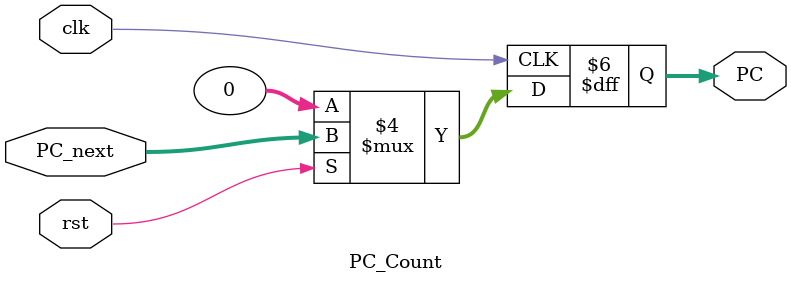
<source format=v>


module PC_Count(
    input [31:0] PC_next,
    input rst,
    input clk,
    output reg [31:0] PC
    );
    
    always @(posedge clk)
    begin
        if(~rst)
            PC <= {32{1'b0}};
        else
            PC <= PC_next;
    end
endmodule

</source>
